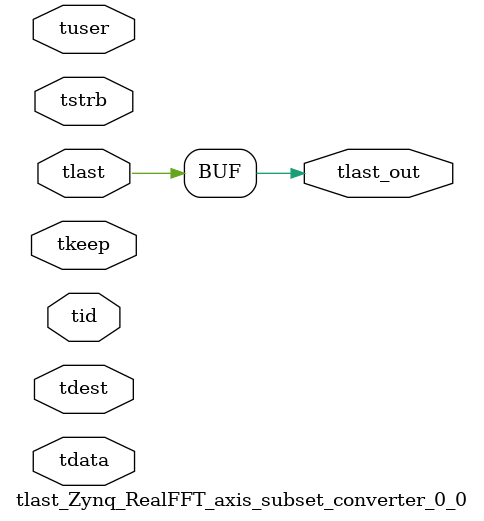
<source format=v>


`timescale 1ps/1ps

module tlast_Zynq_RealFFT_axis_subset_converter_0_0 #
(
parameter C_S_AXIS_TID_WIDTH   = 1,
parameter C_S_AXIS_TUSER_WIDTH = 0,
parameter C_S_AXIS_TDATA_WIDTH = 0,
parameter C_S_AXIS_TDEST_WIDTH = 0
)
(
input  [(C_S_AXIS_TID_WIDTH   == 0 ? 1 : C_S_AXIS_TID_WIDTH)-1:0       ] tid,
input  [(C_S_AXIS_TDATA_WIDTH == 0 ? 1 : C_S_AXIS_TDATA_WIDTH)-1:0     ] tdata,
input  [(C_S_AXIS_TUSER_WIDTH == 0 ? 1 : C_S_AXIS_TUSER_WIDTH)-1:0     ] tuser,
input  [(C_S_AXIS_TDEST_WIDTH == 0 ? 1 : C_S_AXIS_TDEST_WIDTH)-1:0     ] tdest,
input  [(C_S_AXIS_TDATA_WIDTH/8)-1:0 ] tkeep,
input  [(C_S_AXIS_TDATA_WIDTH/8)-1:0 ] tstrb,
input  [0:0]                                                             tlast,
output                                                                   tlast_out
);

assign tlast_out = {tlast[0]};

endmodule


</source>
